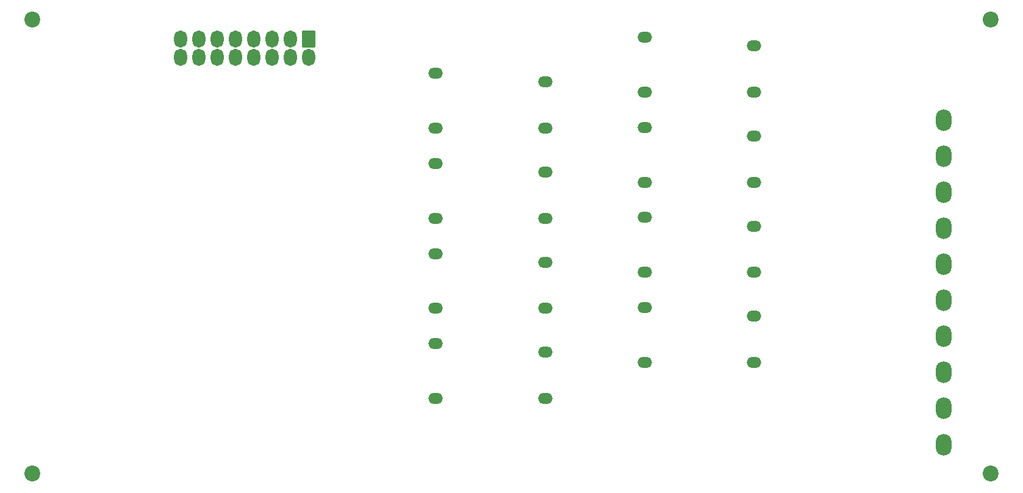
<source format=gbr>
G04 --- HEADER BEGIN --- *
G04 #@! TF.GenerationSoftware,LibrePCB,LibrePCB,1.0.0*
G04 #@! TF.CreationDate,2024-04-28T16:03:24*
G04 #@! TF.ProjectId,OSm Thermal,b11a65fa-6c4c-431c-8545-341aca355aaf,v1.5*
G04 #@! TF.Part,Single*
G04 #@! TF.SameCoordinates*
G04 #@! TF.FileFunction,Soldermask,Bot*
G04 #@! TF.FilePolarity,Negative*
%FSLAX66Y66*%
%MOMM*%
G01*
G75*
G04 --- HEADER END --- *
G04 --- APERTURE LIST BEGIN --- *
%ADD10O,2.0X1.5*%
%ADD11O,1.787X2.39*%
%AMROUNDEDRECT12*20,1,1.787,-1.095,0.0,1.095,0.0,90.0*20,1,1.587,-1.195,0.0,1.195,0.0,90.0*1,1,0.2,-0.7935,-1.095*1,1,0.2,-0.7935,1.095*1,1,0.2,0.7935,1.095*1,1,0.2,0.7935,-1.095*%
%ADD12ROUNDEDRECT12*%
%ADD13O,2.2X3.0*%
%ADD14C,2.2*%
G04 --- APERTURE LIST END --- *
G04 --- BOARD BEGIN --- *
D10*
G04 #@! TO.C,K1*
X74700000Y-49700000D03*
X59500000Y-48500000D03*
X74700000Y-56100000D03*
X59500000Y-56100000D03*
G04 #@! TO.C,K2*
X74700000Y-37200000D03*
X59500000Y-36000000D03*
X74700000Y-43600000D03*
X59500000Y-43600000D03*
G04 #@! TO.C,K5*
X103700000Y-44700000D03*
X88500000Y-43500000D03*
X103700000Y-51100000D03*
X88500000Y-51100000D03*
G04 #@! TO.C,K4*
X74700000Y-12200000D03*
X59500000Y-11000000D03*
X74700000Y-18600000D03*
X59500000Y-18600000D03*
G04 #@! TO.C,K6*
X103700000Y-32200000D03*
X88500000Y-31000000D03*
X103700000Y-38600000D03*
X88500000Y-38600000D03*
G04 #@! TO.C,K3*
X74700000Y-24700000D03*
X59500000Y-23500000D03*
X74700000Y-31100000D03*
X59500000Y-31100000D03*
D11*
G04 #@! TO.C,J2*
X24110000Y-6230000D03*
X29190000Y-8770000D03*
X39350000Y-8770000D03*
X26650000Y-6230000D03*
X24110000Y-8770000D03*
X31730000Y-8770000D03*
X26650000Y-8770000D03*
X29190000Y-6230000D03*
X36810000Y-6230000D03*
X34270000Y-8770000D03*
X31730000Y-6230000D03*
D12*
X41890000Y-6230000D03*
D11*
X41890000Y-8770000D03*
X34270000Y-6230000D03*
X39350000Y-6230000D03*
X36810000Y-8770000D03*
D13*
G04 #@! TO.C,J1*
X130000000Y-57500000D03*
X130000000Y-47500000D03*
X130000000Y-37500000D03*
X130000000Y-52500000D03*
X130000000Y-32500000D03*
X130000000Y-17500000D03*
X130000000Y-27500000D03*
X130000000Y-22500000D03*
X130000000Y-62500000D03*
X130000000Y-42500000D03*
D10*
G04 #@! TO.C,K7*
X103700000Y-19700000D03*
X88500000Y-18500000D03*
X103700000Y-26100000D03*
X88500000Y-26100000D03*
G04 #@! TO.C,K8*
X103700000Y-7200000D03*
X88500000Y-6000000D03*
X103700000Y-13600000D03*
X88500000Y-13600000D03*
D14*
G04 #@! TD*
X3500000Y-66500000D03*
X136500000Y-66500000D03*
X3500000Y-3500000D03*
X136500000Y-3500000D03*
G04 --- BOARD END --- *
G04 #@! TF.MD5,e6e02a768e90e0650d4e59cf475d3458*
M02*

</source>
